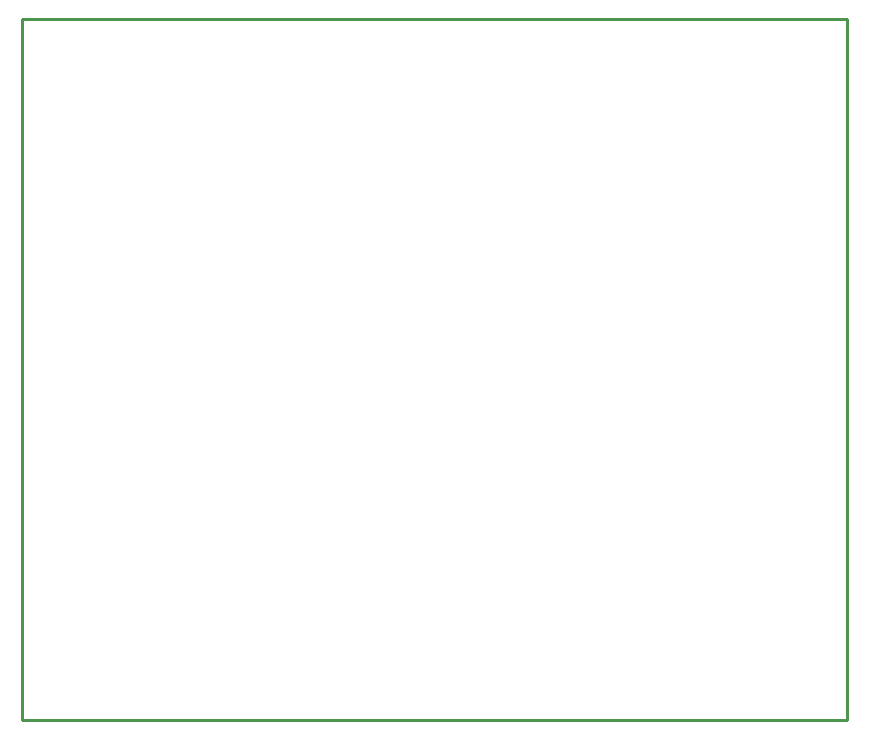
<source format=gbr>
G04 EAGLE Gerber RS-274X export*
G75*
%MOMM*%
%FSLAX34Y34*%
%LPD*%
%IN*%
%IPPOS*%
%AMOC8*
5,1,8,0,0,1.08239X$1,22.5*%
G01*
%ADD10C,0.254000*%


D10*
X0Y0D02*
X698300Y0D01*
X698300Y593600D01*
X0Y593600D01*
X0Y0D01*
M02*

</source>
